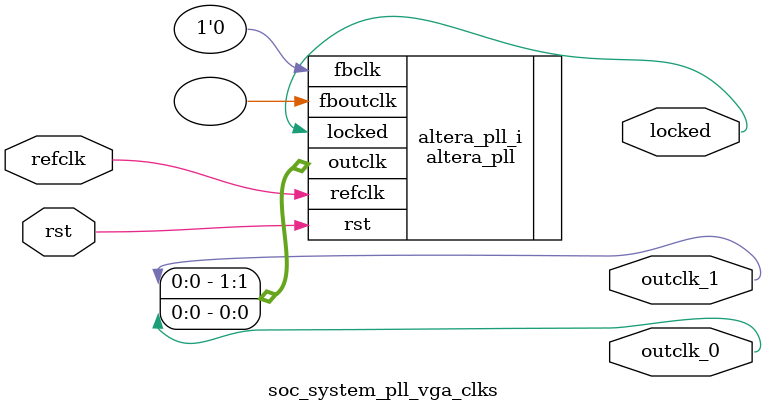
<source format=v>
`timescale 1ns/10ps
module  soc_system_pll_vga_clks(

	// interface 'refclk'
	input wire refclk,

	// interface 'reset'
	input wire rst,

	// interface 'outclk0'
	output wire outclk_0,

	// interface 'outclk1'
	output wire outclk_1,

	// interface 'locked'
	output wire locked
);

	altera_pll #(
		.fractional_vco_multiplier("false"),
		.reference_clock_frequency("50.0 MHz"),
		.operation_mode("direct"),
		.number_of_clocks(2),
		.output_clock_frequency0("25.175644 MHz"),
		.phase_shift0("0 ps"),
		.duty_cycle0(50),
		.output_clock_frequency1("191.964285 MHz"),
		.phase_shift1("0 ps"),
		.duty_cycle1(50),
		.output_clock_frequency2("0 MHz"),
		.phase_shift2("0 ps"),
		.duty_cycle2(50),
		.output_clock_frequency3("0 MHz"),
		.phase_shift3("0 ps"),
		.duty_cycle3(50),
		.output_clock_frequency4("0 MHz"),
		.phase_shift4("0 ps"),
		.duty_cycle4(50),
		.output_clock_frequency5("0 MHz"),
		.phase_shift5("0 ps"),
		.duty_cycle5(50),
		.output_clock_frequency6("0 MHz"),
		.phase_shift6("0 ps"),
		.duty_cycle6(50),
		.output_clock_frequency7("0 MHz"),
		.phase_shift7("0 ps"),
		.duty_cycle7(50),
		.output_clock_frequency8("0 MHz"),
		.phase_shift8("0 ps"),
		.duty_cycle8(50),
		.output_clock_frequency9("0 MHz"),
		.phase_shift9("0 ps"),
		.duty_cycle9(50),
		.output_clock_frequency10("0 MHz"),
		.phase_shift10("0 ps"),
		.duty_cycle10(50),
		.output_clock_frequency11("0 MHz"),
		.phase_shift11("0 ps"),
		.duty_cycle11(50),
		.output_clock_frequency12("0 MHz"),
		.phase_shift12("0 ps"),
		.duty_cycle12(50),
		.output_clock_frequency13("0 MHz"),
		.phase_shift13("0 ps"),
		.duty_cycle13(50),
		.output_clock_frequency14("0 MHz"),
		.phase_shift14("0 ps"),
		.duty_cycle14(50),
		.output_clock_frequency15("0 MHz"),
		.phase_shift15("0 ps"),
		.duty_cycle15(50),
		.output_clock_frequency16("0 MHz"),
		.phase_shift16("0 ps"),
		.duty_cycle16(50),
		.output_clock_frequency17("0 MHz"),
		.phase_shift17("0 ps"),
		.duty_cycle17(50),
		.pll_type("General"),
		.pll_subtype("General")
	) altera_pll_i (
		.rst	(rst),
		.outclk	({outclk_1, outclk_0}),
		.locked	(locked),
		.fboutclk	( ),
		.fbclk	(1'b0),
		.refclk	(refclk)
	);
endmodule


</source>
